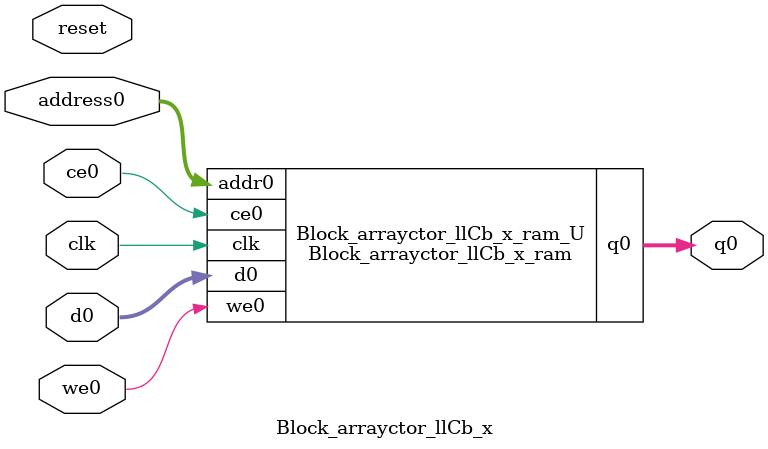
<source format=v>
`timescale 1 ns / 1 ps
module Block_arrayctor_llCb_x_ram (addr0, ce0, d0, we0, q0,  clk);

parameter DWIDTH = 5;
parameter AWIDTH = 12;
parameter MEM_SIZE = 2688;

input[AWIDTH-1:0] addr0;
input ce0;
input[DWIDTH-1:0] d0;
input we0;
output reg[DWIDTH-1:0] q0;
input clk;

(* ram_style = "block" *)reg [DWIDTH-1:0] ram[0:MEM_SIZE-1];




always @(posedge clk)  
begin 
    if (ce0) begin
        if (we0) 
            ram[addr0] <= d0; 
        q0 <= ram[addr0];
    end
end


endmodule

`timescale 1 ns / 1 ps
module Block_arrayctor_llCb_x(
    reset,
    clk,
    address0,
    ce0,
    we0,
    d0,
    q0);

parameter DataWidth = 32'd5;
parameter AddressRange = 32'd2688;
parameter AddressWidth = 32'd12;
input reset;
input clk;
input[AddressWidth - 1:0] address0;
input ce0;
input we0;
input[DataWidth - 1:0] d0;
output[DataWidth - 1:0] q0;



Block_arrayctor_llCb_x_ram Block_arrayctor_llCb_x_ram_U(
    .clk( clk ),
    .addr0( address0 ),
    .ce0( ce0 ),
    .we0( we0 ),
    .d0( d0 ),
    .q0( q0 ));

endmodule


</source>
